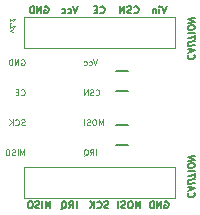
<source format=gbo>
G04 #@! TF.FileFunction,Legend,Bot*
%FSLAX46Y46*%
G04 Gerber Fmt 4.6, Leading zero omitted, Abs format (unit mm)*
G04 Created by KiCad (PCBNEW 4.0.7) date 2018 April 02, Monday 17:07:15*
%MOMM*%
%LPD*%
G01*
G04 APERTURE LIST*
%ADD10C,0.100000*%
%ADD11C,0.150000*%
%ADD12C,0.125000*%
%ADD13C,0.120000*%
G04 APERTURE END LIST*
D10*
D11*
X153836714Y-90439500D02*
X153808143Y-90471642D01*
X153779571Y-90560928D01*
X153779571Y-90618071D01*
X153808143Y-90700214D01*
X153865286Y-90750213D01*
X153922429Y-90771642D01*
X154036714Y-90785928D01*
X154122429Y-90775213D01*
X154236714Y-90732357D01*
X154293857Y-90696642D01*
X154351000Y-90632357D01*
X154379571Y-90543071D01*
X154379571Y-90485928D01*
X154351000Y-90403785D01*
X154322429Y-90378785D01*
X153951000Y-90196642D02*
X153951000Y-89910928D01*
X153779571Y-90275214D02*
X154379571Y-90000214D01*
X153779571Y-89875214D01*
X154379571Y-89600214D02*
X153893857Y-89660928D01*
X153836714Y-89639499D01*
X153808143Y-89614499D01*
X153779571Y-89560928D01*
X153779571Y-89446642D01*
X153808143Y-89385928D01*
X153836714Y-89353785D01*
X153893857Y-89318071D01*
X154379571Y-89257357D01*
X154379571Y-89057357D02*
X154379571Y-88714500D01*
X153779571Y-88960929D02*
X154379571Y-88885929D01*
X153779571Y-88589500D02*
X154379571Y-88514500D01*
X154379571Y-88114500D02*
X154379571Y-88000214D01*
X154351000Y-87946643D01*
X154293857Y-87896643D01*
X154179571Y-87882357D01*
X153979571Y-87907357D01*
X153865286Y-87950214D01*
X153808143Y-88014500D01*
X153779571Y-88075214D01*
X153779571Y-88189500D01*
X153808143Y-88243071D01*
X153865286Y-88293071D01*
X153979571Y-88307357D01*
X154179571Y-88282357D01*
X154293857Y-88239500D01*
X154351000Y-88175214D01*
X154379571Y-88114500D01*
X153779571Y-87675215D02*
X154379571Y-87600215D01*
X153779571Y-87332358D01*
X154379571Y-87257358D01*
X153836714Y-102123500D02*
X153808143Y-102155642D01*
X153779571Y-102244928D01*
X153779571Y-102302071D01*
X153808143Y-102384214D01*
X153865286Y-102434213D01*
X153922429Y-102455642D01*
X154036714Y-102469928D01*
X154122429Y-102459213D01*
X154236714Y-102416357D01*
X154293857Y-102380642D01*
X154351000Y-102316357D01*
X154379571Y-102227071D01*
X154379571Y-102169928D01*
X154351000Y-102087785D01*
X154322429Y-102062785D01*
X153951000Y-101880642D02*
X153951000Y-101594928D01*
X153779571Y-101959214D02*
X154379571Y-101684214D01*
X153779571Y-101559214D01*
X154379571Y-101284214D02*
X153893857Y-101344928D01*
X153836714Y-101323499D01*
X153808143Y-101298499D01*
X153779571Y-101244928D01*
X153779571Y-101130642D01*
X153808143Y-101069928D01*
X153836714Y-101037785D01*
X153893857Y-101002071D01*
X154379571Y-100941357D01*
X154379571Y-100741357D02*
X154379571Y-100398500D01*
X153779571Y-100644929D02*
X154379571Y-100569929D01*
X153779571Y-100273500D02*
X154379571Y-100198500D01*
X154379571Y-99798500D02*
X154379571Y-99684214D01*
X154351000Y-99630643D01*
X154293857Y-99580643D01*
X154179571Y-99566357D01*
X153979571Y-99591357D01*
X153865286Y-99634214D01*
X153808143Y-99698500D01*
X153779571Y-99759214D01*
X153779571Y-99873500D01*
X153808143Y-99927071D01*
X153865286Y-99977071D01*
X153979571Y-99991357D01*
X154179571Y-99966357D01*
X154293857Y-99923500D01*
X154351000Y-99859214D01*
X154379571Y-99798500D01*
X153779571Y-99359215D02*
X154379571Y-99284215D01*
X153779571Y-99016358D01*
X154379571Y-98941358D01*
D12*
X139985762Y-96341381D02*
X139914333Y-96365190D01*
X139795286Y-96365190D01*
X139747667Y-96341381D01*
X139723857Y-96317571D01*
X139700048Y-96269952D01*
X139700048Y-96222333D01*
X139723857Y-96174714D01*
X139747667Y-96150905D01*
X139795286Y-96127095D01*
X139890524Y-96103286D01*
X139938143Y-96079476D01*
X139961952Y-96055667D01*
X139985762Y-96008048D01*
X139985762Y-95960429D01*
X139961952Y-95912810D01*
X139938143Y-95889000D01*
X139890524Y-95865190D01*
X139771476Y-95865190D01*
X139700048Y-95889000D01*
X139200048Y-96317571D02*
X139223858Y-96341381D01*
X139295286Y-96365190D01*
X139342905Y-96365190D01*
X139414334Y-96341381D01*
X139461953Y-96293762D01*
X139485762Y-96246143D01*
X139509572Y-96150905D01*
X139509572Y-96079476D01*
X139485762Y-95984238D01*
X139461953Y-95936619D01*
X139414334Y-95889000D01*
X139342905Y-95865190D01*
X139295286Y-95865190D01*
X139223858Y-95889000D01*
X139200048Y-95912810D01*
X138985762Y-96365190D02*
X138985762Y-95865190D01*
X138700048Y-96365190D02*
X138914334Y-96079476D01*
X138700048Y-95865190D02*
X138985762Y-96150905D01*
X146049857Y-98905190D02*
X146049857Y-98405190D01*
X145526048Y-98905190D02*
X145692715Y-98667095D01*
X145811762Y-98905190D02*
X145811762Y-98405190D01*
X145621286Y-98405190D01*
X145573667Y-98429000D01*
X145549858Y-98452810D01*
X145526048Y-98500429D01*
X145526048Y-98571857D01*
X145549858Y-98619476D01*
X145573667Y-98643286D01*
X145621286Y-98667095D01*
X145811762Y-98667095D01*
X144978429Y-98952810D02*
X145026048Y-98929000D01*
X145073667Y-98881381D01*
X145145096Y-98809952D01*
X145192715Y-98786143D01*
X145240334Y-98786143D01*
X145216524Y-98905190D02*
X145264143Y-98881381D01*
X145311762Y-98833762D01*
X145335572Y-98738524D01*
X145335572Y-98571857D01*
X145311762Y-98476619D01*
X145264143Y-98429000D01*
X145216524Y-98405190D01*
X145121286Y-98405190D01*
X145073667Y-98429000D01*
X145026048Y-98476619D01*
X145002239Y-98571857D01*
X145002239Y-98738524D01*
X145026048Y-98833762D01*
X145073667Y-98881381D01*
X145121286Y-98905190D01*
X145216524Y-98905190D01*
X139961952Y-98905190D02*
X139961952Y-98405190D01*
X139795286Y-98762333D01*
X139628619Y-98405190D01*
X139628619Y-98905190D01*
X139390523Y-98905190D02*
X139390523Y-98405190D01*
X139176238Y-98881381D02*
X139104809Y-98905190D01*
X138985762Y-98905190D01*
X138938143Y-98881381D01*
X138914333Y-98857571D01*
X138890524Y-98809952D01*
X138890524Y-98762333D01*
X138914333Y-98714714D01*
X138938143Y-98690905D01*
X138985762Y-98667095D01*
X139081000Y-98643286D01*
X139128619Y-98619476D01*
X139152428Y-98595667D01*
X139176238Y-98548048D01*
X139176238Y-98500429D01*
X139152428Y-98452810D01*
X139128619Y-98429000D01*
X139081000Y-98405190D01*
X138961952Y-98405190D01*
X138890524Y-98429000D01*
X138581000Y-98405190D02*
X138485762Y-98405190D01*
X138438143Y-98429000D01*
X138390524Y-98476619D01*
X138366715Y-98571857D01*
X138366715Y-98738524D01*
X138390524Y-98833762D01*
X138438143Y-98881381D01*
X138485762Y-98905190D01*
X138581000Y-98905190D01*
X138628619Y-98881381D01*
X138676238Y-98833762D01*
X138700048Y-98738524D01*
X138700048Y-98571857D01*
X138676238Y-98476619D01*
X138628619Y-98429000D01*
X138581000Y-98405190D01*
X146597476Y-96365190D02*
X146597476Y-95865190D01*
X146430810Y-96222333D01*
X146264143Y-95865190D01*
X146264143Y-96365190D01*
X145930809Y-95865190D02*
X145835571Y-95865190D01*
X145787952Y-95889000D01*
X145740333Y-95936619D01*
X145716524Y-96031857D01*
X145716524Y-96198524D01*
X145740333Y-96293762D01*
X145787952Y-96341381D01*
X145835571Y-96365190D01*
X145930809Y-96365190D01*
X145978428Y-96341381D01*
X146026047Y-96293762D01*
X146049857Y-96198524D01*
X146049857Y-96031857D01*
X146026047Y-95936619D01*
X145978428Y-95889000D01*
X145930809Y-95865190D01*
X145526047Y-96341381D02*
X145454618Y-96365190D01*
X145335571Y-96365190D01*
X145287952Y-96341381D01*
X145264142Y-96317571D01*
X145240333Y-96269952D01*
X145240333Y-96222333D01*
X145264142Y-96174714D01*
X145287952Y-96150905D01*
X145335571Y-96127095D01*
X145430809Y-96103286D01*
X145478428Y-96079476D01*
X145502237Y-96055667D01*
X145526047Y-96008048D01*
X145526047Y-95960429D01*
X145502237Y-95912810D01*
X145478428Y-95889000D01*
X145430809Y-95865190D01*
X145311761Y-95865190D01*
X145240333Y-95889000D01*
X145026047Y-96365190D02*
X145026047Y-95865190D01*
X146002238Y-93777571D02*
X146026048Y-93801381D01*
X146097476Y-93825190D01*
X146145095Y-93825190D01*
X146216524Y-93801381D01*
X146264143Y-93753762D01*
X146287952Y-93706143D01*
X146311762Y-93610905D01*
X146311762Y-93539476D01*
X146287952Y-93444238D01*
X146264143Y-93396619D01*
X146216524Y-93349000D01*
X146145095Y-93325190D01*
X146097476Y-93325190D01*
X146026048Y-93349000D01*
X146002238Y-93372810D01*
X145811762Y-93801381D02*
X145740333Y-93825190D01*
X145621286Y-93825190D01*
X145573667Y-93801381D01*
X145549857Y-93777571D01*
X145526048Y-93729952D01*
X145526048Y-93682333D01*
X145549857Y-93634714D01*
X145573667Y-93610905D01*
X145621286Y-93587095D01*
X145716524Y-93563286D01*
X145764143Y-93539476D01*
X145787952Y-93515667D01*
X145811762Y-93468048D01*
X145811762Y-93420429D01*
X145787952Y-93372810D01*
X145764143Y-93349000D01*
X145716524Y-93325190D01*
X145597476Y-93325190D01*
X145526048Y-93349000D01*
X145311762Y-93825190D02*
X145311762Y-93325190D01*
X145026048Y-93825190D01*
X145026048Y-93325190D01*
X139676238Y-93777571D02*
X139700048Y-93801381D01*
X139771476Y-93825190D01*
X139819095Y-93825190D01*
X139890524Y-93801381D01*
X139938143Y-93753762D01*
X139961952Y-93706143D01*
X139985762Y-93610905D01*
X139985762Y-93539476D01*
X139961952Y-93444238D01*
X139938143Y-93396619D01*
X139890524Y-93349000D01*
X139819095Y-93325190D01*
X139771476Y-93325190D01*
X139700048Y-93349000D01*
X139676238Y-93372810D01*
X139461952Y-93563286D02*
X139295286Y-93563286D01*
X139223857Y-93825190D02*
X139461952Y-93825190D01*
X139461952Y-93325190D01*
X139223857Y-93325190D01*
X139700048Y-90809000D02*
X139747667Y-90785190D01*
X139819095Y-90785190D01*
X139890524Y-90809000D01*
X139938143Y-90856619D01*
X139961952Y-90904238D01*
X139985762Y-90999476D01*
X139985762Y-91070905D01*
X139961952Y-91166143D01*
X139938143Y-91213762D01*
X139890524Y-91261381D01*
X139819095Y-91285190D01*
X139771476Y-91285190D01*
X139700048Y-91261381D01*
X139676238Y-91237571D01*
X139676238Y-91070905D01*
X139771476Y-91070905D01*
X139461952Y-91285190D02*
X139461952Y-90785190D01*
X139176238Y-91285190D01*
X139176238Y-90785190D01*
X138938142Y-91285190D02*
X138938142Y-90785190D01*
X138819095Y-90785190D01*
X138747666Y-90809000D01*
X138700047Y-90856619D01*
X138676238Y-90904238D01*
X138652428Y-90999476D01*
X138652428Y-91070905D01*
X138676238Y-91166143D01*
X138700047Y-91213762D01*
X138747666Y-91261381D01*
X138819095Y-91285190D01*
X138938142Y-91285190D01*
X146145094Y-90785190D02*
X145978427Y-91285190D01*
X145811761Y-90785190D01*
X145430809Y-91261381D02*
X145478428Y-91285190D01*
X145573666Y-91285190D01*
X145621285Y-91261381D01*
X145645094Y-91237571D01*
X145668904Y-91189952D01*
X145668904Y-91047095D01*
X145645094Y-90999476D01*
X145621285Y-90975667D01*
X145573666Y-90951857D01*
X145478428Y-90951857D01*
X145430809Y-90975667D01*
X145002238Y-91261381D02*
X145049857Y-91285190D01*
X145145095Y-91285190D01*
X145192714Y-91261381D01*
X145216523Y-91237571D01*
X145240333Y-91189952D01*
X145240333Y-91047095D01*
X145216523Y-90999476D01*
X145192714Y-90975667D01*
X145145095Y-90951857D01*
X145049857Y-90951857D01*
X145002238Y-90975667D01*
D11*
X144478286Y-86285429D02*
X144278286Y-86885429D01*
X144078286Y-86285429D01*
X143621143Y-86856857D02*
X143678286Y-86885429D01*
X143792572Y-86885429D01*
X143849714Y-86856857D01*
X143878286Y-86828286D01*
X143906857Y-86771143D01*
X143906857Y-86599714D01*
X143878286Y-86542571D01*
X143849714Y-86514000D01*
X143792572Y-86485429D01*
X143678286Y-86485429D01*
X143621143Y-86514000D01*
X143106857Y-86856857D02*
X143164000Y-86885429D01*
X143278286Y-86885429D01*
X143335428Y-86856857D01*
X143364000Y-86828286D01*
X143392571Y-86771143D01*
X143392571Y-86599714D01*
X143364000Y-86542571D01*
X143335428Y-86514000D01*
X143278286Y-86485429D01*
X143164000Y-86485429D01*
X143106857Y-86514000D01*
X141681142Y-86314000D02*
X141738285Y-86285429D01*
X141823999Y-86285429D01*
X141909714Y-86314000D01*
X141966856Y-86371143D01*
X141995428Y-86428286D01*
X142023999Y-86542571D01*
X142023999Y-86628286D01*
X141995428Y-86742571D01*
X141966856Y-86799714D01*
X141909714Y-86856857D01*
X141823999Y-86885429D01*
X141766856Y-86885429D01*
X141681142Y-86856857D01*
X141652571Y-86828286D01*
X141652571Y-86628286D01*
X141766856Y-86628286D01*
X141395428Y-86885429D02*
X141395428Y-86285429D01*
X141052571Y-86885429D01*
X141052571Y-86285429D01*
X140766857Y-86885429D02*
X140766857Y-86285429D01*
X140624000Y-86285429D01*
X140538285Y-86314000D01*
X140481143Y-86371143D01*
X140452571Y-86428286D01*
X140424000Y-86542571D01*
X140424000Y-86628286D01*
X140452571Y-86742571D01*
X140481143Y-86799714D01*
X140538285Y-86856857D01*
X140624000Y-86885429D01*
X140766857Y-86885429D01*
X146389714Y-86828286D02*
X146418285Y-86856857D01*
X146503999Y-86885429D01*
X146561142Y-86885429D01*
X146646857Y-86856857D01*
X146703999Y-86799714D01*
X146732571Y-86742571D01*
X146761142Y-86628286D01*
X146761142Y-86542571D01*
X146732571Y-86428286D01*
X146703999Y-86371143D01*
X146646857Y-86314000D01*
X146561142Y-86285429D01*
X146503999Y-86285429D01*
X146418285Y-86314000D01*
X146389714Y-86342571D01*
X146132571Y-86571143D02*
X145932571Y-86571143D01*
X145846857Y-86885429D02*
X146132571Y-86885429D01*
X146132571Y-86285429D01*
X145846857Y-86285429D01*
X149258286Y-86828286D02*
X149286857Y-86856857D01*
X149372571Y-86885429D01*
X149429714Y-86885429D01*
X149515429Y-86856857D01*
X149572571Y-86799714D01*
X149601143Y-86742571D01*
X149629714Y-86628286D01*
X149629714Y-86542571D01*
X149601143Y-86428286D01*
X149572571Y-86371143D01*
X149515429Y-86314000D01*
X149429714Y-86285429D01*
X149372571Y-86285429D01*
X149286857Y-86314000D01*
X149258286Y-86342571D01*
X149029714Y-86856857D02*
X148944000Y-86885429D01*
X148801143Y-86885429D01*
X148744000Y-86856857D01*
X148715429Y-86828286D01*
X148686857Y-86771143D01*
X148686857Y-86714000D01*
X148715429Y-86656857D01*
X148744000Y-86628286D01*
X148801143Y-86599714D01*
X148915429Y-86571143D01*
X148972571Y-86542571D01*
X149001143Y-86514000D01*
X149029714Y-86456857D01*
X149029714Y-86399714D01*
X149001143Y-86342571D01*
X148972571Y-86314000D01*
X148915429Y-86285429D01*
X148772571Y-86285429D01*
X148686857Y-86314000D01*
X148429714Y-86885429D02*
X148429714Y-86285429D01*
X148086857Y-86885429D01*
X148086857Y-86285429D01*
X151998285Y-86285429D02*
X151798285Y-86885429D01*
X151598285Y-86285429D01*
X151398285Y-86885429D02*
X151398285Y-86485429D01*
X151398285Y-86285429D02*
X151426856Y-86314000D01*
X151398285Y-86342571D01*
X151369713Y-86314000D01*
X151398285Y-86285429D01*
X151398285Y-86342571D01*
X151112571Y-86485429D02*
X151112571Y-86885429D01*
X151112571Y-86542571D02*
X151083999Y-86514000D01*
X151026857Y-86485429D01*
X150941142Y-86485429D01*
X150883999Y-86514000D01*
X150855428Y-86571143D01*
X150855428Y-86885429D01*
X151841142Y-102824000D02*
X151898285Y-102795429D01*
X151983999Y-102795429D01*
X152069714Y-102824000D01*
X152126856Y-102881143D01*
X152155428Y-102938286D01*
X152183999Y-103052571D01*
X152183999Y-103138286D01*
X152155428Y-103252571D01*
X152126856Y-103309714D01*
X152069714Y-103366857D01*
X151983999Y-103395429D01*
X151926856Y-103395429D01*
X151841142Y-103366857D01*
X151812571Y-103338286D01*
X151812571Y-103138286D01*
X151926856Y-103138286D01*
X151555428Y-103395429D02*
X151555428Y-102795429D01*
X151212571Y-103395429D01*
X151212571Y-102795429D01*
X150926857Y-103395429D02*
X150926857Y-102795429D01*
X150784000Y-102795429D01*
X150698285Y-102824000D01*
X150641143Y-102881143D01*
X150612571Y-102938286D01*
X150584000Y-103052571D01*
X150584000Y-103138286D01*
X150612571Y-103252571D01*
X150641143Y-103309714D01*
X150698285Y-103366857D01*
X150784000Y-103395429D01*
X150926857Y-103395429D01*
X147075428Y-103366857D02*
X146989714Y-103395429D01*
X146846857Y-103395429D01*
X146789714Y-103366857D01*
X146761143Y-103338286D01*
X146732571Y-103281143D01*
X146732571Y-103224000D01*
X146761143Y-103166857D01*
X146789714Y-103138286D01*
X146846857Y-103109714D01*
X146961143Y-103081143D01*
X147018285Y-103052571D01*
X147046857Y-103024000D01*
X147075428Y-102966857D01*
X147075428Y-102909714D01*
X147046857Y-102852571D01*
X147018285Y-102824000D01*
X146961143Y-102795429D01*
X146818285Y-102795429D01*
X146732571Y-102824000D01*
X146132571Y-103338286D02*
X146161142Y-103366857D01*
X146246856Y-103395429D01*
X146303999Y-103395429D01*
X146389714Y-103366857D01*
X146446856Y-103309714D01*
X146475428Y-103252571D01*
X146503999Y-103138286D01*
X146503999Y-103052571D01*
X146475428Y-102938286D01*
X146446856Y-102881143D01*
X146389714Y-102824000D01*
X146303999Y-102795429D01*
X146246856Y-102795429D01*
X146161142Y-102824000D01*
X146132571Y-102852571D01*
X145875428Y-103395429D02*
X145875428Y-102795429D01*
X145532571Y-103395429D02*
X145789714Y-103052571D01*
X145532571Y-102795429D02*
X145875428Y-103138286D01*
X149786857Y-103395429D02*
X149786857Y-102795429D01*
X149586857Y-103224000D01*
X149386857Y-102795429D01*
X149386857Y-103395429D01*
X148986857Y-102795429D02*
X148872571Y-102795429D01*
X148815429Y-102824000D01*
X148758286Y-102881143D01*
X148729714Y-102995429D01*
X148729714Y-103195429D01*
X148758286Y-103309714D01*
X148815429Y-103366857D01*
X148872571Y-103395429D01*
X148986857Y-103395429D01*
X149044000Y-103366857D01*
X149101143Y-103309714D01*
X149129714Y-103195429D01*
X149129714Y-102995429D01*
X149101143Y-102881143D01*
X149044000Y-102824000D01*
X148986857Y-102795429D01*
X148501143Y-103366857D02*
X148415429Y-103395429D01*
X148272572Y-103395429D01*
X148215429Y-103366857D01*
X148186858Y-103338286D01*
X148158286Y-103281143D01*
X148158286Y-103224000D01*
X148186858Y-103166857D01*
X148215429Y-103138286D01*
X148272572Y-103109714D01*
X148386858Y-103081143D01*
X148444000Y-103052571D01*
X148472572Y-103024000D01*
X148501143Y-102966857D01*
X148501143Y-102909714D01*
X148472572Y-102852571D01*
X148444000Y-102824000D01*
X148386858Y-102795429D01*
X148244000Y-102795429D01*
X148158286Y-102824000D01*
X147901143Y-103395429D02*
X147901143Y-102795429D01*
X142166857Y-103395429D02*
X142166857Y-102795429D01*
X141966857Y-103224000D01*
X141766857Y-102795429D01*
X141766857Y-103395429D01*
X141481143Y-103395429D02*
X141481143Y-102795429D01*
X141224000Y-103366857D02*
X141138286Y-103395429D01*
X140995429Y-103395429D01*
X140938286Y-103366857D01*
X140909715Y-103338286D01*
X140881143Y-103281143D01*
X140881143Y-103224000D01*
X140909715Y-103166857D01*
X140938286Y-103138286D01*
X140995429Y-103109714D01*
X141109715Y-103081143D01*
X141166857Y-103052571D01*
X141195429Y-103024000D01*
X141224000Y-102966857D01*
X141224000Y-102909714D01*
X141195429Y-102852571D01*
X141166857Y-102824000D01*
X141109715Y-102795429D01*
X140966857Y-102795429D01*
X140881143Y-102824000D01*
X140509714Y-102795429D02*
X140395428Y-102795429D01*
X140338286Y-102824000D01*
X140281143Y-102881143D01*
X140252571Y-102995429D01*
X140252571Y-103195429D01*
X140281143Y-103309714D01*
X140338286Y-103366857D01*
X140395428Y-103395429D01*
X140509714Y-103395429D01*
X140566857Y-103366857D01*
X140624000Y-103309714D01*
X140652571Y-103195429D01*
X140652571Y-102995429D01*
X140624000Y-102881143D01*
X140566857Y-102824000D01*
X140509714Y-102795429D01*
X144378285Y-103395429D02*
X144378285Y-102795429D01*
X143749714Y-103395429D02*
X143949714Y-103109714D01*
X144092571Y-103395429D02*
X144092571Y-102795429D01*
X143863999Y-102795429D01*
X143806857Y-102824000D01*
X143778285Y-102852571D01*
X143749714Y-102909714D01*
X143749714Y-102995429D01*
X143778285Y-103052571D01*
X143806857Y-103081143D01*
X143863999Y-103109714D01*
X144092571Y-103109714D01*
X143092571Y-103452571D02*
X143149714Y-103424000D01*
X143206857Y-103366857D01*
X143292571Y-103281143D01*
X143349714Y-103252571D01*
X143406857Y-103252571D01*
X143378285Y-103395429D02*
X143435428Y-103366857D01*
X143492571Y-103309714D01*
X143521142Y-103195429D01*
X143521142Y-102995429D01*
X143492571Y-102881143D01*
X143435428Y-102824000D01*
X143378285Y-102795429D01*
X143263999Y-102795429D01*
X143206857Y-102824000D01*
X143149714Y-102881143D01*
X143121142Y-102995429D01*
X143121142Y-103195429D01*
X143149714Y-103309714D01*
X143206857Y-103366857D01*
X143263999Y-103395429D01*
X143378285Y-103395429D01*
D10*
X139023714Y-88426143D02*
X138757048Y-88364238D01*
X139023714Y-88235667D01*
X138757048Y-87907095D02*
X138757048Y-88135667D01*
X138757048Y-88021381D02*
X139157048Y-87971381D01*
X139099905Y-88016619D01*
X139061810Y-88059476D01*
X139042762Y-88099953D01*
X138795143Y-87730905D02*
X138776095Y-87714238D01*
X138757048Y-87735667D01*
X138776095Y-87752334D01*
X138795143Y-87730905D01*
X138757048Y-87735667D01*
X138757048Y-87335667D02*
X138757048Y-87564239D01*
X138757048Y-87449953D02*
X139157048Y-87399953D01*
X139099905Y-87445191D01*
X139061810Y-87488048D01*
X139042762Y-87528525D01*
D13*
X152714000Y-99889000D02*
X152714000Y-102549000D01*
X139954000Y-99889000D02*
X152714000Y-99889000D01*
X139954000Y-102549000D02*
X152714000Y-102549000D01*
X139894000Y-99889000D02*
X139894000Y-102549000D01*
X152714000Y-87189000D02*
X152714000Y-89849000D01*
X139954000Y-87189000D02*
X152714000Y-87189000D01*
X139954000Y-89849000D02*
X152714000Y-89849000D01*
X139894000Y-87189000D02*
X139894000Y-89849000D01*
D11*
X148709000Y-98005000D02*
X147709000Y-98005000D01*
X147709000Y-96305000D02*
X148709000Y-96305000D01*
X147709000Y-91733000D02*
X148709000Y-91733000D01*
X148709000Y-93433000D02*
X147709000Y-93433000D01*
M02*

</source>
